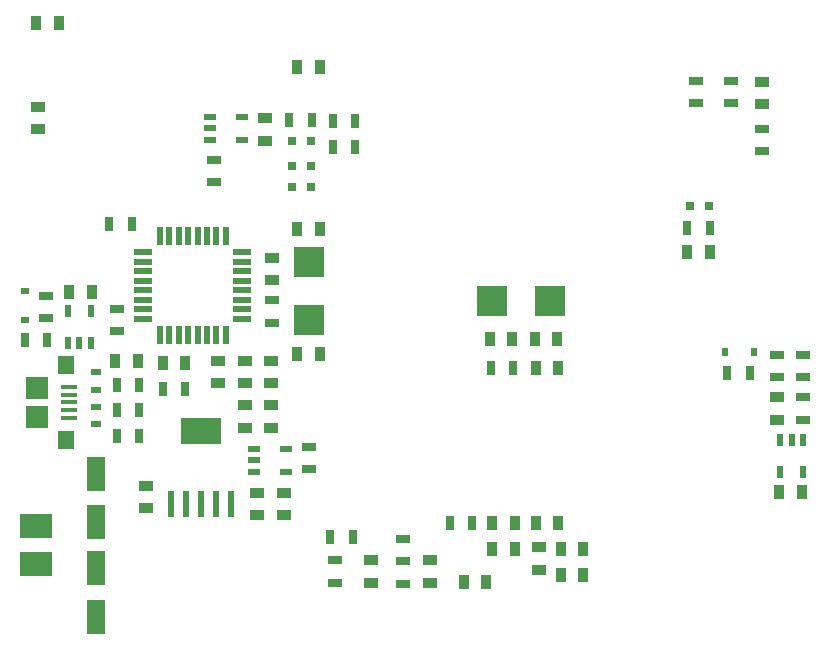
<source format=gtp>
G04*
G04 #@! TF.GenerationSoftware,Altium Limited,Altium Designer,19.1.4 (82)*
G04*
G04 Layer_Color=8421504*
%FSLAX44Y44*%
%MOMM*%
G71*
G01*
G75*
%ADD13R,1.3000X0.7000*%
%ADD14R,0.7000X1.3000*%
%ADD15R,0.6858X0.5588*%
%ADD16R,0.5588X0.6858*%
%ADD17R,0.5500X1.5000*%
%ADD18R,1.5000X0.5500*%
%ADD19R,1.3500X0.4000*%
%ADD20R,1.9000X1.9000*%
%ADD21R,1.4000X1.6000*%
%ADD22R,1.3000X0.9000*%
%ADD23R,0.9000X1.3000*%
%ADD24R,1.6000X3.0000*%
%ADD25R,0.8000X0.8000*%
%ADD26R,2.7000X2.0000*%
%ADD27R,1.0000X0.5500*%
%ADD28R,0.5500X1.0000*%
%ADD29R,2.6000X2.5000*%
%ADD30R,0.9000X0.6000*%
%ADD31R,2.5000X2.6000*%
%ADD32R,3.5000X2.2000*%
%ADD33R,0.6000X2.2000*%
D13*
X172000Y387500D02*
D03*
Y406500D02*
D03*
X221000Y287500D02*
D03*
Y268500D02*
D03*
X610000Y454500D02*
D03*
Y473500D02*
D03*
X580000D02*
D03*
Y454500D02*
D03*
X636000Y413500D02*
D03*
Y432500D02*
D03*
X252000Y163500D02*
D03*
Y144500D02*
D03*
X649000Y222500D02*
D03*
Y241500D02*
D03*
X332000Y85500D02*
D03*
Y66500D02*
D03*
Y47500D02*
D03*
Y66500D02*
D03*
X90000Y280500D02*
D03*
Y261500D02*
D03*
X671000Y205500D02*
D03*
Y186500D02*
D03*
X30000Y272500D02*
D03*
Y291500D02*
D03*
X671000Y222500D02*
D03*
Y241500D02*
D03*
X274000Y67500D02*
D03*
Y48500D02*
D03*
D14*
X291500Y439500D02*
D03*
X272500D02*
D03*
Y417500D02*
D03*
X291500D02*
D03*
X83250Y351750D02*
D03*
X102250D02*
D03*
X89500Y216000D02*
D03*
X108500D02*
D03*
Y195000D02*
D03*
X89500D02*
D03*
Y173000D02*
D03*
X108500D02*
D03*
X371500Y99000D02*
D03*
X390500D02*
D03*
X254500Y440000D02*
D03*
X235500D02*
D03*
X406500Y230000D02*
D03*
X425500D02*
D03*
X591500Y349000D02*
D03*
X572500D02*
D03*
X11500Y254000D02*
D03*
X30500D02*
D03*
X289500Y87000D02*
D03*
X270500D02*
D03*
X147500Y212000D02*
D03*
X128500D02*
D03*
X625500Y226000D02*
D03*
X606500D02*
D03*
D15*
X12000Y295192D02*
D03*
Y270808D02*
D03*
D16*
X629192Y244000D02*
D03*
X604808D02*
D03*
D17*
X182000Y258000D02*
D03*
X174000D02*
D03*
X166000D02*
D03*
X158000D02*
D03*
X150000D02*
D03*
X142000D02*
D03*
X134000D02*
D03*
X126000D02*
D03*
Y342000D02*
D03*
X134000D02*
D03*
X142000D02*
D03*
X150000D02*
D03*
X158000D02*
D03*
X166000D02*
D03*
X174000D02*
D03*
X182000D02*
D03*
D18*
X112000Y272000D02*
D03*
Y280000D02*
D03*
Y288000D02*
D03*
Y296000D02*
D03*
Y304000D02*
D03*
Y312000D02*
D03*
Y320000D02*
D03*
Y328000D02*
D03*
X196000D02*
D03*
Y320000D02*
D03*
Y312000D02*
D03*
Y304000D02*
D03*
Y296000D02*
D03*
Y288000D02*
D03*
Y280000D02*
D03*
Y272000D02*
D03*
D19*
X48745Y214000D02*
D03*
Y207500D02*
D03*
Y201000D02*
D03*
Y194500D02*
D03*
Y188000D02*
D03*
D20*
X21995Y189000D02*
D03*
Y213000D02*
D03*
D21*
X46495Y233000D02*
D03*
Y169000D02*
D03*
D22*
X198000Y236500D02*
D03*
Y217500D02*
D03*
X220000Y217500D02*
D03*
Y236500D02*
D03*
X175000Y236500D02*
D03*
Y217500D02*
D03*
X636000Y472500D02*
D03*
Y453500D02*
D03*
X23000Y432500D02*
D03*
Y451500D02*
D03*
X305000Y48500D02*
D03*
Y67500D02*
D03*
X114000Y111500D02*
D03*
Y130500D02*
D03*
X355000Y48500D02*
D03*
Y67500D02*
D03*
X208000Y105500D02*
D03*
Y124500D02*
D03*
X221000Y304500D02*
D03*
Y323500D02*
D03*
X447000Y78500D02*
D03*
Y59500D02*
D03*
X220000Y179500D02*
D03*
Y198500D02*
D03*
X231000Y105500D02*
D03*
Y124500D02*
D03*
X649000Y205500D02*
D03*
Y186500D02*
D03*
X215000Y441500D02*
D03*
Y422500D02*
D03*
X198000Y198500D02*
D03*
Y179500D02*
D03*
D23*
X242500Y242000D02*
D03*
X261500D02*
D03*
X21500Y522000D02*
D03*
X40500D02*
D03*
X484500Y77000D02*
D03*
X465500D02*
D03*
X383500Y49000D02*
D03*
X402500D02*
D03*
X128500Y234000D02*
D03*
X147500D02*
D03*
X242500Y348000D02*
D03*
X261500D02*
D03*
X443500Y255000D02*
D03*
X462500D02*
D03*
X650500Y125000D02*
D03*
X669500D02*
D03*
X426500Y99000D02*
D03*
X407500D02*
D03*
X49500Y294250D02*
D03*
X68500D02*
D03*
X484500Y55000D02*
D03*
X465500D02*
D03*
X426500Y77000D02*
D03*
X407500D02*
D03*
X463500Y230000D02*
D03*
X444500D02*
D03*
X88500Y236000D02*
D03*
X107500D02*
D03*
X242500Y485000D02*
D03*
X261500D02*
D03*
X444500Y99000D02*
D03*
X463500D02*
D03*
X572500Y328000D02*
D03*
X591500D02*
D03*
X424500Y255000D02*
D03*
X405500D02*
D03*
D24*
X72000Y99500D02*
D03*
Y140500D02*
D03*
Y19500D02*
D03*
Y60500D02*
D03*
D25*
X254000Y401000D02*
D03*
X238000D02*
D03*
X254000Y422000D02*
D03*
X238000D02*
D03*
X591000Y367000D02*
D03*
X575000D02*
D03*
X254000Y383000D02*
D03*
X238000D02*
D03*
D26*
X21000Y96000D02*
D03*
Y64000D02*
D03*
D27*
X168500Y442500D02*
D03*
Y433000D02*
D03*
Y423500D02*
D03*
X195500Y442500D02*
D03*
Y423500D02*
D03*
X205500Y161500D02*
D03*
Y152000D02*
D03*
Y142500D02*
D03*
X232500Y161500D02*
D03*
Y142500D02*
D03*
D28*
X48500Y251500D02*
D03*
X58000D02*
D03*
X67500D02*
D03*
X48500Y278500D02*
D03*
X67500D02*
D03*
X670500Y169500D02*
D03*
X661000D02*
D03*
X651500D02*
D03*
X670500Y142500D02*
D03*
X651500D02*
D03*
D29*
X252000Y319500D02*
D03*
Y270500D02*
D03*
D30*
X72000Y197500D02*
D03*
Y182500D02*
D03*
Y211500D02*
D03*
Y226500D02*
D03*
D31*
X407500Y287000D02*
D03*
X456500D02*
D03*
D32*
X161000Y177000D02*
D03*
D33*
X186400Y115000D02*
D03*
X173700D02*
D03*
X161000D02*
D03*
X148300D02*
D03*
X135600D02*
D03*
M02*

</source>
